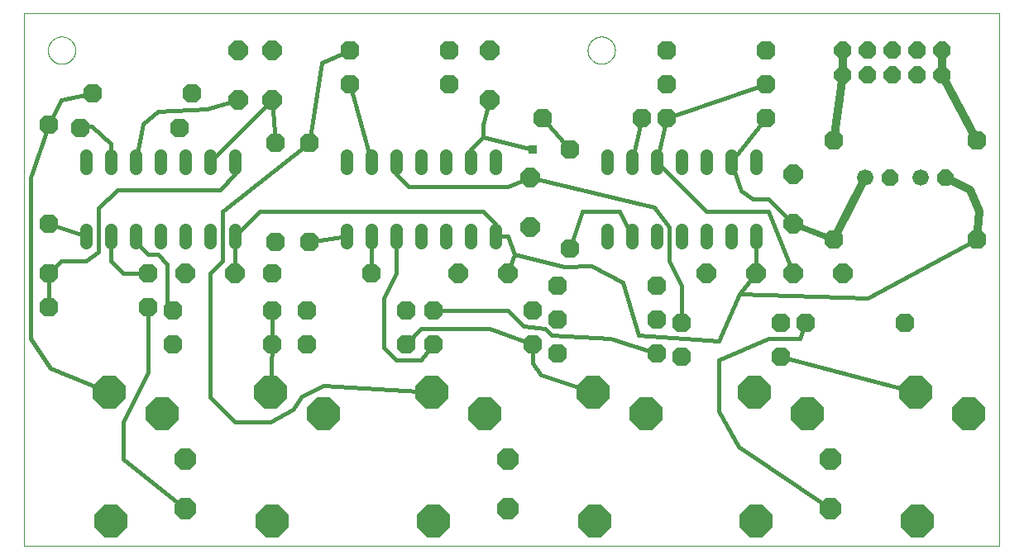
<source format=gbl>
G75*
%MOIN*%
%OFA0B0*%
%FSLAX25Y25*%
%IPPOS*%
%LPD*%
%AMOC8*
5,1,8,0,0,1.08239X$1,22.5*
%
%ADD10C,0.00000*%
%ADD11OC8,0.08000*%
%ADD12OC8,0.06600*%
%ADD13C,0.06600*%
%ADD14OC8,0.08500*%
%ADD15C,0.05150*%
%ADD16OC8,0.07600*%
%ADD17OC8,0.07000*%
%ADD18OC8,0.13055*%
%ADD19C,0.03200*%
%ADD20C,0.01600*%
%ADD21C,0.02400*%
%ADD22R,0.03562X0.03562*%
D10*
X0001800Y0015030D02*
X0001800Y0229990D01*
X0394800Y0229990D01*
X0394800Y0015030D01*
X0001800Y0015030D01*
X0011288Y0215030D02*
X0011290Y0215178D01*
X0011296Y0215326D01*
X0011306Y0215474D01*
X0011320Y0215621D01*
X0011338Y0215768D01*
X0011359Y0215914D01*
X0011385Y0216060D01*
X0011415Y0216205D01*
X0011448Y0216349D01*
X0011486Y0216492D01*
X0011527Y0216634D01*
X0011572Y0216775D01*
X0011620Y0216915D01*
X0011673Y0217054D01*
X0011729Y0217191D01*
X0011789Y0217326D01*
X0011852Y0217460D01*
X0011919Y0217592D01*
X0011990Y0217722D01*
X0012064Y0217850D01*
X0012141Y0217976D01*
X0012222Y0218100D01*
X0012306Y0218222D01*
X0012393Y0218341D01*
X0012484Y0218458D01*
X0012578Y0218573D01*
X0012674Y0218685D01*
X0012774Y0218795D01*
X0012876Y0218901D01*
X0012982Y0219005D01*
X0013090Y0219106D01*
X0013201Y0219204D01*
X0013314Y0219300D01*
X0013430Y0219392D01*
X0013548Y0219481D01*
X0013669Y0219566D01*
X0013792Y0219649D01*
X0013917Y0219728D01*
X0014044Y0219804D01*
X0014173Y0219876D01*
X0014304Y0219945D01*
X0014437Y0220010D01*
X0014572Y0220071D01*
X0014708Y0220129D01*
X0014845Y0220184D01*
X0014984Y0220234D01*
X0015125Y0220281D01*
X0015266Y0220324D01*
X0015409Y0220364D01*
X0015553Y0220399D01*
X0015697Y0220431D01*
X0015843Y0220458D01*
X0015989Y0220482D01*
X0016136Y0220502D01*
X0016283Y0220518D01*
X0016430Y0220530D01*
X0016578Y0220538D01*
X0016726Y0220542D01*
X0016874Y0220542D01*
X0017022Y0220538D01*
X0017170Y0220530D01*
X0017317Y0220518D01*
X0017464Y0220502D01*
X0017611Y0220482D01*
X0017757Y0220458D01*
X0017903Y0220431D01*
X0018047Y0220399D01*
X0018191Y0220364D01*
X0018334Y0220324D01*
X0018475Y0220281D01*
X0018616Y0220234D01*
X0018755Y0220184D01*
X0018892Y0220129D01*
X0019028Y0220071D01*
X0019163Y0220010D01*
X0019296Y0219945D01*
X0019427Y0219876D01*
X0019556Y0219804D01*
X0019683Y0219728D01*
X0019808Y0219649D01*
X0019931Y0219566D01*
X0020052Y0219481D01*
X0020170Y0219392D01*
X0020286Y0219300D01*
X0020399Y0219204D01*
X0020510Y0219106D01*
X0020618Y0219005D01*
X0020724Y0218901D01*
X0020826Y0218795D01*
X0020926Y0218685D01*
X0021022Y0218573D01*
X0021116Y0218458D01*
X0021207Y0218341D01*
X0021294Y0218222D01*
X0021378Y0218100D01*
X0021459Y0217976D01*
X0021536Y0217850D01*
X0021610Y0217722D01*
X0021681Y0217592D01*
X0021748Y0217460D01*
X0021811Y0217326D01*
X0021871Y0217191D01*
X0021927Y0217054D01*
X0021980Y0216915D01*
X0022028Y0216775D01*
X0022073Y0216634D01*
X0022114Y0216492D01*
X0022152Y0216349D01*
X0022185Y0216205D01*
X0022215Y0216060D01*
X0022241Y0215914D01*
X0022262Y0215768D01*
X0022280Y0215621D01*
X0022294Y0215474D01*
X0022304Y0215326D01*
X0022310Y0215178D01*
X0022312Y0215030D01*
X0022310Y0214882D01*
X0022304Y0214734D01*
X0022294Y0214586D01*
X0022280Y0214439D01*
X0022262Y0214292D01*
X0022241Y0214146D01*
X0022215Y0214000D01*
X0022185Y0213855D01*
X0022152Y0213711D01*
X0022114Y0213568D01*
X0022073Y0213426D01*
X0022028Y0213285D01*
X0021980Y0213145D01*
X0021927Y0213006D01*
X0021871Y0212869D01*
X0021811Y0212734D01*
X0021748Y0212600D01*
X0021681Y0212468D01*
X0021610Y0212338D01*
X0021536Y0212210D01*
X0021459Y0212084D01*
X0021378Y0211960D01*
X0021294Y0211838D01*
X0021207Y0211719D01*
X0021116Y0211602D01*
X0021022Y0211487D01*
X0020926Y0211375D01*
X0020826Y0211265D01*
X0020724Y0211159D01*
X0020618Y0211055D01*
X0020510Y0210954D01*
X0020399Y0210856D01*
X0020286Y0210760D01*
X0020170Y0210668D01*
X0020052Y0210579D01*
X0019931Y0210494D01*
X0019808Y0210411D01*
X0019683Y0210332D01*
X0019556Y0210256D01*
X0019427Y0210184D01*
X0019296Y0210115D01*
X0019163Y0210050D01*
X0019028Y0209989D01*
X0018892Y0209931D01*
X0018755Y0209876D01*
X0018616Y0209826D01*
X0018475Y0209779D01*
X0018334Y0209736D01*
X0018191Y0209696D01*
X0018047Y0209661D01*
X0017903Y0209629D01*
X0017757Y0209602D01*
X0017611Y0209578D01*
X0017464Y0209558D01*
X0017317Y0209542D01*
X0017170Y0209530D01*
X0017022Y0209522D01*
X0016874Y0209518D01*
X0016726Y0209518D01*
X0016578Y0209522D01*
X0016430Y0209530D01*
X0016283Y0209542D01*
X0016136Y0209558D01*
X0015989Y0209578D01*
X0015843Y0209602D01*
X0015697Y0209629D01*
X0015553Y0209661D01*
X0015409Y0209696D01*
X0015266Y0209736D01*
X0015125Y0209779D01*
X0014984Y0209826D01*
X0014845Y0209876D01*
X0014708Y0209931D01*
X0014572Y0209989D01*
X0014437Y0210050D01*
X0014304Y0210115D01*
X0014173Y0210184D01*
X0014044Y0210256D01*
X0013917Y0210332D01*
X0013792Y0210411D01*
X0013669Y0210494D01*
X0013548Y0210579D01*
X0013430Y0210668D01*
X0013314Y0210760D01*
X0013201Y0210856D01*
X0013090Y0210954D01*
X0012982Y0211055D01*
X0012876Y0211159D01*
X0012774Y0211265D01*
X0012674Y0211375D01*
X0012578Y0211487D01*
X0012484Y0211602D01*
X0012393Y0211719D01*
X0012306Y0211838D01*
X0012222Y0211960D01*
X0012141Y0212084D01*
X0012064Y0212210D01*
X0011990Y0212338D01*
X0011919Y0212468D01*
X0011852Y0212600D01*
X0011789Y0212734D01*
X0011729Y0212869D01*
X0011673Y0213006D01*
X0011620Y0213145D01*
X0011572Y0213285D01*
X0011527Y0213426D01*
X0011486Y0213568D01*
X0011448Y0213711D01*
X0011415Y0213855D01*
X0011385Y0214000D01*
X0011359Y0214146D01*
X0011338Y0214292D01*
X0011320Y0214439D01*
X0011306Y0214586D01*
X0011296Y0214734D01*
X0011290Y0214882D01*
X0011288Y0215030D01*
X0228788Y0215030D02*
X0228790Y0215178D01*
X0228796Y0215326D01*
X0228806Y0215474D01*
X0228820Y0215621D01*
X0228838Y0215768D01*
X0228859Y0215914D01*
X0228885Y0216060D01*
X0228915Y0216205D01*
X0228948Y0216349D01*
X0228986Y0216492D01*
X0229027Y0216634D01*
X0229072Y0216775D01*
X0229120Y0216915D01*
X0229173Y0217054D01*
X0229229Y0217191D01*
X0229289Y0217326D01*
X0229352Y0217460D01*
X0229419Y0217592D01*
X0229490Y0217722D01*
X0229564Y0217850D01*
X0229641Y0217976D01*
X0229722Y0218100D01*
X0229806Y0218222D01*
X0229893Y0218341D01*
X0229984Y0218458D01*
X0230078Y0218573D01*
X0230174Y0218685D01*
X0230274Y0218795D01*
X0230376Y0218901D01*
X0230482Y0219005D01*
X0230590Y0219106D01*
X0230701Y0219204D01*
X0230814Y0219300D01*
X0230930Y0219392D01*
X0231048Y0219481D01*
X0231169Y0219566D01*
X0231292Y0219649D01*
X0231417Y0219728D01*
X0231544Y0219804D01*
X0231673Y0219876D01*
X0231804Y0219945D01*
X0231937Y0220010D01*
X0232072Y0220071D01*
X0232208Y0220129D01*
X0232345Y0220184D01*
X0232484Y0220234D01*
X0232625Y0220281D01*
X0232766Y0220324D01*
X0232909Y0220364D01*
X0233053Y0220399D01*
X0233197Y0220431D01*
X0233343Y0220458D01*
X0233489Y0220482D01*
X0233636Y0220502D01*
X0233783Y0220518D01*
X0233930Y0220530D01*
X0234078Y0220538D01*
X0234226Y0220542D01*
X0234374Y0220542D01*
X0234522Y0220538D01*
X0234670Y0220530D01*
X0234817Y0220518D01*
X0234964Y0220502D01*
X0235111Y0220482D01*
X0235257Y0220458D01*
X0235403Y0220431D01*
X0235547Y0220399D01*
X0235691Y0220364D01*
X0235834Y0220324D01*
X0235975Y0220281D01*
X0236116Y0220234D01*
X0236255Y0220184D01*
X0236392Y0220129D01*
X0236528Y0220071D01*
X0236663Y0220010D01*
X0236796Y0219945D01*
X0236927Y0219876D01*
X0237056Y0219804D01*
X0237183Y0219728D01*
X0237308Y0219649D01*
X0237431Y0219566D01*
X0237552Y0219481D01*
X0237670Y0219392D01*
X0237786Y0219300D01*
X0237899Y0219204D01*
X0238010Y0219106D01*
X0238118Y0219005D01*
X0238224Y0218901D01*
X0238326Y0218795D01*
X0238426Y0218685D01*
X0238522Y0218573D01*
X0238616Y0218458D01*
X0238707Y0218341D01*
X0238794Y0218222D01*
X0238878Y0218100D01*
X0238959Y0217976D01*
X0239036Y0217850D01*
X0239110Y0217722D01*
X0239181Y0217592D01*
X0239248Y0217460D01*
X0239311Y0217326D01*
X0239371Y0217191D01*
X0239427Y0217054D01*
X0239480Y0216915D01*
X0239528Y0216775D01*
X0239573Y0216634D01*
X0239614Y0216492D01*
X0239652Y0216349D01*
X0239685Y0216205D01*
X0239715Y0216060D01*
X0239741Y0215914D01*
X0239762Y0215768D01*
X0239780Y0215621D01*
X0239794Y0215474D01*
X0239804Y0215326D01*
X0239810Y0215178D01*
X0239812Y0215030D01*
X0239810Y0214882D01*
X0239804Y0214734D01*
X0239794Y0214586D01*
X0239780Y0214439D01*
X0239762Y0214292D01*
X0239741Y0214146D01*
X0239715Y0214000D01*
X0239685Y0213855D01*
X0239652Y0213711D01*
X0239614Y0213568D01*
X0239573Y0213426D01*
X0239528Y0213285D01*
X0239480Y0213145D01*
X0239427Y0213006D01*
X0239371Y0212869D01*
X0239311Y0212734D01*
X0239248Y0212600D01*
X0239181Y0212468D01*
X0239110Y0212338D01*
X0239036Y0212210D01*
X0238959Y0212084D01*
X0238878Y0211960D01*
X0238794Y0211838D01*
X0238707Y0211719D01*
X0238616Y0211602D01*
X0238522Y0211487D01*
X0238426Y0211375D01*
X0238326Y0211265D01*
X0238224Y0211159D01*
X0238118Y0211055D01*
X0238010Y0210954D01*
X0237899Y0210856D01*
X0237786Y0210760D01*
X0237670Y0210668D01*
X0237552Y0210579D01*
X0237431Y0210494D01*
X0237308Y0210411D01*
X0237183Y0210332D01*
X0237056Y0210256D01*
X0236927Y0210184D01*
X0236796Y0210115D01*
X0236663Y0210050D01*
X0236528Y0209989D01*
X0236392Y0209931D01*
X0236255Y0209876D01*
X0236116Y0209826D01*
X0235975Y0209779D01*
X0235834Y0209736D01*
X0235691Y0209696D01*
X0235547Y0209661D01*
X0235403Y0209629D01*
X0235257Y0209602D01*
X0235111Y0209578D01*
X0234964Y0209558D01*
X0234817Y0209542D01*
X0234670Y0209530D01*
X0234522Y0209522D01*
X0234374Y0209518D01*
X0234226Y0209518D01*
X0234078Y0209522D01*
X0233930Y0209530D01*
X0233783Y0209542D01*
X0233636Y0209558D01*
X0233489Y0209578D01*
X0233343Y0209602D01*
X0233197Y0209629D01*
X0233053Y0209661D01*
X0232909Y0209696D01*
X0232766Y0209736D01*
X0232625Y0209779D01*
X0232484Y0209826D01*
X0232345Y0209876D01*
X0232208Y0209931D01*
X0232072Y0209989D01*
X0231937Y0210050D01*
X0231804Y0210115D01*
X0231673Y0210184D01*
X0231544Y0210256D01*
X0231417Y0210332D01*
X0231292Y0210411D01*
X0231169Y0210494D01*
X0231048Y0210579D01*
X0230930Y0210668D01*
X0230814Y0210760D01*
X0230701Y0210856D01*
X0230590Y0210954D01*
X0230482Y0211055D01*
X0230376Y0211159D01*
X0230274Y0211265D01*
X0230174Y0211375D01*
X0230078Y0211487D01*
X0229984Y0211602D01*
X0229893Y0211719D01*
X0229806Y0211838D01*
X0229722Y0211960D01*
X0229641Y0212084D01*
X0229564Y0212210D01*
X0229490Y0212338D01*
X0229419Y0212468D01*
X0229352Y0212600D01*
X0229289Y0212734D01*
X0229229Y0212869D01*
X0229173Y0213006D01*
X0229120Y0213145D01*
X0229072Y0213285D01*
X0229027Y0213426D01*
X0228986Y0213568D01*
X0228948Y0213711D01*
X0228915Y0213855D01*
X0228885Y0214000D01*
X0228859Y0214146D01*
X0228838Y0214292D01*
X0228820Y0214439D01*
X0228806Y0214586D01*
X0228796Y0214734D01*
X0228790Y0214882D01*
X0228788Y0215030D01*
D11*
X0189300Y0215030D03*
X0189300Y0195030D03*
X0205550Y0163780D03*
X0205550Y0143780D03*
X0196800Y0125030D03*
X0176800Y0125030D03*
X0086800Y0125030D03*
X0066800Y0125030D03*
X0088050Y0195030D03*
X0101800Y0195030D03*
X0101800Y0215030D03*
X0088050Y0215030D03*
X0276800Y0125030D03*
X0296800Y0125030D03*
X0311800Y0125030D03*
X0331800Y0125030D03*
X0311800Y0145030D03*
X0311800Y0165030D03*
D12*
X0350550Y0163780D03*
X0373050Y0163780D03*
D13*
X0363050Y0163780D03*
X0340550Y0163780D03*
D14*
X0326800Y0050030D03*
X0326800Y0030030D03*
X0196800Y0030030D03*
X0196800Y0050030D03*
X0066800Y0050030D03*
X0066800Y0030030D03*
D15*
X0066800Y0137455D02*
X0066800Y0142604D01*
X0056800Y0142604D02*
X0056800Y0137455D01*
X0046800Y0137455D02*
X0046800Y0142604D01*
X0036800Y0142604D02*
X0036800Y0137455D01*
X0026800Y0137455D02*
X0026800Y0142604D01*
X0026800Y0167455D02*
X0026800Y0172604D01*
X0036800Y0172604D02*
X0036800Y0167455D01*
X0046800Y0167455D02*
X0046800Y0172604D01*
X0056800Y0172604D02*
X0056800Y0167455D01*
X0066800Y0167455D02*
X0066800Y0172604D01*
X0076800Y0172604D02*
X0076800Y0167455D01*
X0086800Y0167455D02*
X0086800Y0172604D01*
X0131800Y0172604D02*
X0131800Y0167455D01*
X0141800Y0167455D02*
X0141800Y0172604D01*
X0151800Y0172604D02*
X0151800Y0167455D01*
X0161800Y0167455D02*
X0161800Y0172604D01*
X0171800Y0172604D02*
X0171800Y0167455D01*
X0181800Y0167455D02*
X0181800Y0172604D01*
X0191800Y0172604D02*
X0191800Y0167455D01*
X0191800Y0142604D02*
X0191800Y0137455D01*
X0181800Y0137455D02*
X0181800Y0142604D01*
X0171800Y0142604D02*
X0171800Y0137455D01*
X0161800Y0137455D02*
X0161800Y0142604D01*
X0151800Y0142604D02*
X0151800Y0137455D01*
X0141800Y0137455D02*
X0141800Y0142604D01*
X0131800Y0142604D02*
X0131800Y0137455D01*
X0086800Y0137455D02*
X0086800Y0142604D01*
X0076800Y0142604D02*
X0076800Y0137455D01*
X0236800Y0137455D02*
X0236800Y0142604D01*
X0246800Y0142604D02*
X0246800Y0137455D01*
X0256800Y0137455D02*
X0256800Y0142604D01*
X0266800Y0142604D02*
X0266800Y0137455D01*
X0276800Y0137455D02*
X0276800Y0142604D01*
X0286800Y0142604D02*
X0286800Y0137455D01*
X0296800Y0137455D02*
X0296800Y0142604D01*
X0296800Y0167455D02*
X0296800Y0172604D01*
X0286800Y0172604D02*
X0286800Y0167455D01*
X0276800Y0167455D02*
X0276800Y0172604D01*
X0266800Y0172604D02*
X0266800Y0167455D01*
X0256800Y0167455D02*
X0256800Y0172604D01*
X0246800Y0172604D02*
X0246800Y0167455D01*
X0236800Y0167455D02*
X0236800Y0172604D01*
D16*
X0221800Y0175030D03*
X0210550Y0187530D03*
X0173050Y0201280D03*
X0173050Y0215030D03*
X0133050Y0215030D03*
X0133050Y0201280D03*
X0116800Y0177530D03*
X0103050Y0177530D03*
X0069300Y0197530D03*
X0064300Y0183780D03*
X0029300Y0197530D03*
X0024300Y0183780D03*
X0011800Y0185030D03*
X0011800Y0145030D03*
X0011800Y0125030D03*
X0011800Y0111280D03*
X0051800Y0111280D03*
X0061800Y0110030D03*
X0061800Y0096280D03*
X0101800Y0096280D03*
X0115550Y0096280D03*
X0115550Y0110030D03*
X0101800Y0110030D03*
X0101800Y0125030D03*
X0103050Y0137530D03*
X0116800Y0137530D03*
X0141800Y0125030D03*
X0155550Y0110030D03*
X0166800Y0110030D03*
X0166800Y0096280D03*
X0155550Y0096280D03*
X0206800Y0096280D03*
X0216800Y0092530D03*
X0216800Y0106280D03*
X0206800Y0110030D03*
X0216800Y0120030D03*
X0221800Y0135030D03*
X0256800Y0120030D03*
X0256800Y0106280D03*
X0266800Y0105030D03*
X0266800Y0091280D03*
X0256800Y0092530D03*
X0306800Y0091280D03*
X0306800Y0105030D03*
X0316800Y0105030D03*
X0356800Y0105030D03*
X0328050Y0138780D03*
X0385550Y0138780D03*
X0385550Y0178780D03*
X0328050Y0178780D03*
X0300550Y0187530D03*
X0300550Y0201280D03*
X0300550Y0215030D03*
X0260550Y0215030D03*
X0260550Y0201280D03*
X0260550Y0187530D03*
X0250550Y0187530D03*
X0051800Y0125030D03*
D17*
X0331800Y0205030D03*
X0341800Y0205030D03*
X0351800Y0205030D03*
X0361800Y0205030D03*
X0371800Y0205030D03*
X0371800Y0215030D03*
X0361800Y0215030D03*
X0351800Y0215030D03*
X0341800Y0215030D03*
X0331800Y0215030D03*
D18*
X0361013Y0076841D03*
X0382272Y0068179D03*
X0317272Y0068179D03*
X0296013Y0076841D03*
X0252272Y0068179D03*
X0231013Y0076841D03*
X0187272Y0068179D03*
X0166013Y0076841D03*
X0122272Y0068179D03*
X0101013Y0076841D03*
X0057272Y0068179D03*
X0036013Y0076841D03*
X0036800Y0024872D03*
X0101800Y0024872D03*
X0166800Y0024872D03*
X0231800Y0024872D03*
X0296800Y0024872D03*
X0361800Y0024872D03*
D19*
X0385550Y0138780D02*
X0386800Y0150030D01*
X0383050Y0158780D01*
X0373050Y0163780D01*
X0385550Y0178780D02*
X0371800Y0205030D01*
X0371800Y0215030D01*
X0331800Y0215030D02*
X0331800Y0205030D01*
X0328050Y0178780D01*
X0340550Y0163780D02*
X0328050Y0138780D01*
D20*
X0311800Y0145030D02*
X0301800Y0155030D01*
X0295404Y0155030D01*
X0290660Y0158448D01*
X0286800Y0170030D01*
X0300550Y0187530D01*
X0300550Y0201280D02*
X0260550Y0187530D01*
X0256800Y0170030D01*
X0276800Y0150030D01*
X0301800Y0150030D01*
X0311800Y0125030D01*
X0296800Y0125030D02*
X0296800Y0140030D01*
X0296800Y0125030D02*
X0289971Y0116493D01*
X0341800Y0115030D01*
X0385550Y0138780D01*
X0316800Y0105030D02*
X0314300Y0098780D01*
X0301800Y0098780D01*
X0281800Y0090030D01*
X0281800Y0069372D01*
X0289573Y0054847D01*
X0326800Y0030030D01*
X0361013Y0076841D02*
X0306800Y0091280D01*
X0281800Y0097530D02*
X0289971Y0116493D01*
X0266800Y0120030D02*
X0266800Y0105030D01*
X0281800Y0097530D02*
X0249300Y0100030D01*
X0243050Y0121280D01*
X0230193Y0128003D01*
X0219300Y0127530D01*
X0199300Y0132530D01*
X0196800Y0125030D01*
X0199300Y0132530D02*
X0196800Y0140030D01*
X0191800Y0140030D01*
X0191800Y0145030D01*
X0186800Y0150030D01*
X0096800Y0150030D01*
X0086800Y0140030D01*
X0086800Y0125030D01*
X0081800Y0130030D02*
X0076800Y0125030D01*
X0076800Y0075030D01*
X0086800Y0065030D01*
X0100879Y0065030D01*
X0110085Y0069956D01*
X0113714Y0075401D01*
X0122351Y0079670D01*
X0166013Y0076841D01*
X0161800Y0090030D02*
X0151800Y0090030D01*
X0146800Y0095030D01*
X0146800Y0115030D01*
X0151800Y0125030D01*
X0151800Y0140030D01*
X0141800Y0140030D02*
X0141800Y0125030D01*
X0131800Y0140030D02*
X0116800Y0137530D01*
X0081800Y0130030D02*
X0081800Y0150030D01*
X0116800Y0177530D01*
X0121800Y0210030D01*
X0133050Y0215030D01*
X0133050Y0201280D02*
X0141800Y0170030D01*
X0151800Y0170030D02*
X0151800Y0165030D01*
X0156800Y0160030D01*
X0196800Y0160030D01*
X0205550Y0163780D01*
X0255613Y0151542D01*
X0261800Y0143660D01*
X0261800Y0130030D01*
X0266800Y0120030D01*
X0246800Y0140030D02*
X0241800Y0150030D01*
X0226800Y0150030D01*
X0221800Y0135030D01*
X0196800Y0110030D02*
X0203050Y0103780D01*
X0211800Y0102530D01*
X0214300Y0100030D01*
X0238050Y0098780D01*
X0256800Y0092530D01*
X0231013Y0076841D02*
X0210101Y0083913D01*
X0206800Y0088514D01*
X0206800Y0096280D01*
X0189300Y0102530D01*
X0161800Y0102530D01*
X0155550Y0096280D01*
X0161800Y0090030D02*
X0166800Y0096280D01*
X0166800Y0110030D02*
X0196800Y0110030D01*
X0101800Y0110030D02*
X0101800Y0096280D01*
X0101013Y0076841D01*
X0051800Y0085030D02*
X0041800Y0065030D01*
X0041800Y0050030D01*
X0066800Y0030030D01*
X0036013Y0076841D02*
X0012377Y0086671D01*
X0004300Y0098777D01*
X0004300Y0163780D01*
X0011800Y0185030D01*
X0016800Y0195030D01*
X0029300Y0197530D01*
X0029025Y0184252D02*
X0024300Y0183780D01*
X0029025Y0184252D02*
X0036800Y0177216D01*
X0036800Y0170030D01*
X0046800Y0170030D02*
X0049638Y0185274D01*
X0055532Y0190376D01*
X0075219Y0191169D01*
X0088050Y0195030D01*
X0101800Y0195030D02*
X0076800Y0170030D01*
X0086800Y0170030D02*
X0086800Y0165030D01*
X0080550Y0158780D01*
X0039300Y0158780D01*
X0031800Y0151280D01*
X0031800Y0133780D01*
X0026800Y0130030D01*
X0016800Y0130030D01*
X0011800Y0125030D01*
X0011800Y0111280D01*
X0036800Y0130030D02*
X0036800Y0140030D01*
X0046800Y0140030D02*
X0046800Y0137530D01*
X0051800Y0132530D01*
X0055550Y0132530D01*
X0059300Y0128780D01*
X0059300Y0112530D01*
X0061800Y0110030D01*
X0051800Y0111280D02*
X0051800Y0085030D01*
X0051800Y0125030D02*
X0041800Y0125030D01*
X0036800Y0130030D01*
X0026800Y0140030D02*
X0011800Y0145030D01*
X0103050Y0177530D02*
X0101800Y0195030D01*
X0181800Y0175030D02*
X0181800Y0170030D01*
X0181800Y0175030D02*
X0186800Y0180030D01*
X0206800Y0175030D01*
X0210550Y0187530D02*
X0221800Y0175030D01*
X0246800Y0170030D02*
X0250550Y0187530D01*
X0189300Y0195030D02*
X0186800Y0185030D01*
X0186800Y0180030D01*
D21*
X0311800Y0145030D02*
X0328050Y0138780D01*
D22*
X0206800Y0175030D03*
M02*

</source>
